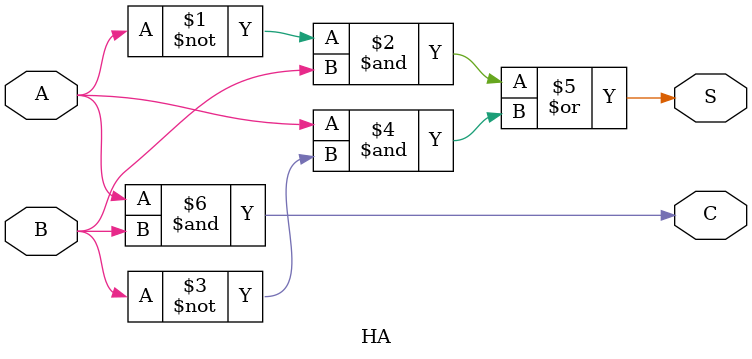
<source format=v>
`timescale 1ns / 1ps


module HA(
    input A,
    input B,
    output S,
    output C
    );
    
    assign S = (~A & B) | (A & ~B);
    assign C = A & B;
    
endmodule

</source>
